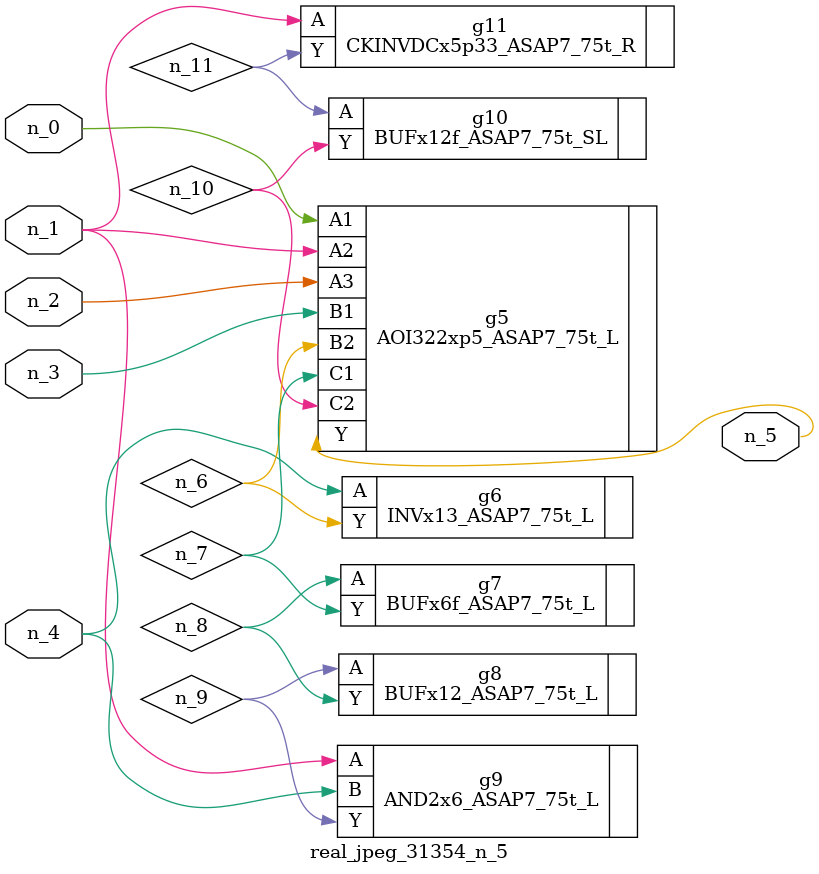
<source format=v>
module real_jpeg_31354_n_5 (n_4, n_0, n_1, n_2, n_3, n_5);

input n_4;
input n_0;
input n_1;
input n_2;
input n_3;

output n_5;

wire n_8;
wire n_11;
wire n_6;
wire n_7;
wire n_10;
wire n_9;

AOI322xp5_ASAP7_75t_L g5 ( 
.A1(n_0),
.A2(n_1),
.A3(n_2),
.B1(n_3),
.B2(n_6),
.C1(n_7),
.C2(n_10),
.Y(n_5)
);

AND2x6_ASAP7_75t_L g9 ( 
.A(n_1),
.B(n_4),
.Y(n_9)
);

CKINVDCx5p33_ASAP7_75t_R g11 ( 
.A(n_1),
.Y(n_11)
);

INVx13_ASAP7_75t_L g6 ( 
.A(n_4),
.Y(n_6)
);

BUFx6f_ASAP7_75t_L g7 ( 
.A(n_8),
.Y(n_7)
);

BUFx12_ASAP7_75t_L g8 ( 
.A(n_9),
.Y(n_8)
);

BUFx12f_ASAP7_75t_SL g10 ( 
.A(n_11),
.Y(n_10)
);


endmodule
</source>
